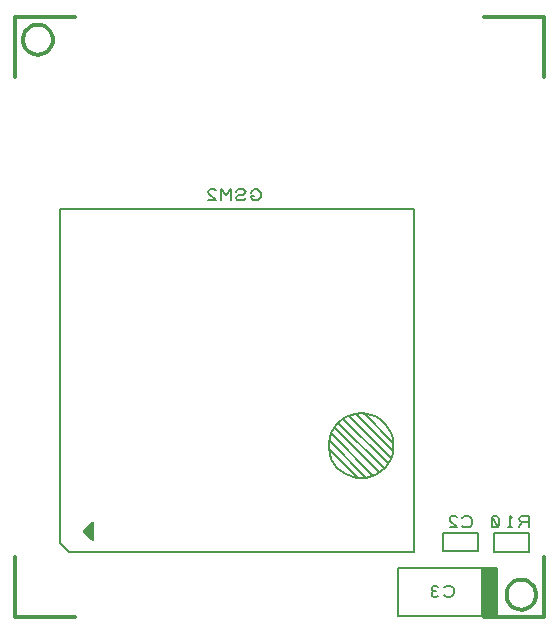
<source format=gbr>
%FSLAX23Y23*%
%MOIN*%
G04 EasyPC Gerber Version 13.0.2 Build 2807 *
%ADD10C,0.00500*%
%ADD11C,0.01200*%
X0Y0D02*
D02*
D10*
X17176Y18367D02*
X18357D01*
Y17225*
X17206*
X17176Y17255*
Y18367*
X17255Y17294D02*
X17285Y17265D01*
Y17324*
X17255Y17294*
X17282Y17267D02*
X17285D01*
X17279Y17270D02*
X17285D01*
X17276Y17273D02*
X17285D01*
X17273Y17276D02*
X17285D01*
X17270Y17279D02*
X17285D01*
X17267Y17282D02*
X17285D01*
X17264Y17285D02*
X17285D01*
X17261Y17288D02*
X17285D01*
X17258Y17291D02*
X17285D01*
X17255Y17294D02*
X17285D01*
X17258Y17297D02*
X17285D01*
X17261Y17300D02*
X17285D01*
X17264Y17303D02*
X17285D01*
X17267Y17306D02*
X17285D01*
X17270Y17309D02*
X17285D01*
X17273Y17312D02*
X17285D01*
X17276Y17315D02*
X17285D01*
X17279Y17318D02*
X17285D01*
X17282Y17321D02*
X17285D01*
X17823Y18413D02*
X17813D01*
Y18409*
X17816Y18403*
X17820Y18400*
X17826Y18397*
X17832*
X17838Y18400*
X17841Y18403*
X17845Y18409*
Y18422*
X17841Y18428*
X17838Y18431*
X17832Y18434*
X17826*
X17820Y18431*
X17816Y18428*
X17813Y18422*
X17795Y18406D02*
X17791Y18400D01*
X17785Y18397*
X17773*
X17766Y18400*
X17763Y18406*
X17766Y18413*
X17773Y18416*
X17785*
X17791Y18419*
X17795Y18425*
X17791Y18431*
X17785Y18434*
X17773*
X17766Y18431*
X17763Y18425*
X17745Y18397D02*
Y18434D01*
X17729Y18416*
X17713Y18434*
Y18397*
X17670D02*
X17695D01*
X17673Y18419*
X17670Y18425*
X17673Y18431*
X17679Y18434*
X17688*
X17695Y18431*
X18082Y17619D02*
X18221Y17480D01*
X18092Y17639D02*
X18239Y17491D01*
X18104Y17655D02*
X18255Y17505D01*
X18121Y17668D02*
X18269Y17521D01*
X18141Y17678D02*
X18279Y17540D01*
X18163Y17686D02*
X18287Y17562D01*
X18169Y17472D02*
X18073Y17569D01*
X18180Y17471D02*
X18162Y17473D01*
X18145Y17477*
X18129Y17484*
X18114Y17494*
X18101Y17506*
X18090Y17520*
X18081Y17536*
X18075Y17553*
X18072Y17571*
Y17589*
X18075Y17606*
X18081Y17623*
X18090Y17639*
X18101Y17653*
X18114Y17665*
X18129Y17675*
X18145Y17682*
X18162Y17686*
X18180Y17688*
X18198Y17686*
X18215Y17682*
X18232Y17675*
X18247Y17665*
X18260Y17653*
X18271Y17639*
X18279Y17623*
X18285Y17606*
X18288Y17589*
Y17571*
X18285Y17553*
X18279Y17536*
X18271Y17520*
X18260Y17506*
X18247Y17494*
X18232Y17484*
X18215Y17477*
X18198Y17473*
X18180Y17471*
X18198Y17473D02*
X18075Y17596D01*
X18288Y17590D02*
X18191Y17687D01*
X18453Y17289D02*
X18571D01*
Y17227*
X18453*
Y17289*
X18458Y17107D02*
X18461Y17110D01*
X18468Y17113*
X18477*
X18483Y17110*
X18486Y17107*
X18490Y17101*
Y17088*
X18486Y17082*
X18483Y17079*
X18477Y17076*
X18468*
X18461Y17079*
X18458Y17082*
X18436Y17110D02*
X18430Y17113D01*
X18424*
X18418Y17110*
X18415Y17104*
X18418Y17098*
X18424Y17094*
X18430*
X18424D02*
X18418Y17091D01*
X18415Y17085*
X18418Y17079*
X18424Y17076*
X18430*
X18436Y17079*
X18518Y17313D02*
X18521Y17310D01*
X18528Y17307*
X18537*
X18543Y17310*
X18546Y17313*
X18550Y17319*
Y17332*
X18546Y17338*
X18543Y17341*
X18537Y17344*
X18528*
X18521Y17341*
X18518Y17338*
X18475Y17307D02*
X18500D01*
X18478Y17329*
X18475Y17335*
X18478Y17341*
X18484Y17344*
X18493*
X18500Y17341*
X18632Y17013D02*
X18582D01*
Y17173*
X18632*
Y17013*
X18582D02*
X18632D01*
X18582Y17016D02*
X18632D01*
X18582Y17019D02*
X18632D01*
X18582Y17022D02*
X18632D01*
X18582Y17025D02*
X18632D01*
X18582Y17028D02*
X18632D01*
X18582Y17031D02*
X18632D01*
X18582Y17034D02*
X18632D01*
X18582Y17037D02*
X18632D01*
X18582Y17040D02*
X18632D01*
X18582Y17043D02*
X18632D01*
X18582Y17046D02*
X18632D01*
X18582Y17049D02*
X18632D01*
X18582Y17052D02*
X18632D01*
X18582Y17055D02*
X18632D01*
X18582Y17058D02*
X18632D01*
X18582Y17061D02*
X18632D01*
X18582Y17064D02*
X18632D01*
X18582Y17067D02*
X18632D01*
X18582Y17070D02*
X18632D01*
X18582Y17073D02*
X18632D01*
X18582Y17076D02*
X18632D01*
X18582Y17078D02*
X18632D01*
X18582Y17082D02*
X18632D01*
X18582Y17085D02*
X18632D01*
X18582Y17088D02*
X18632D01*
X18582Y17090D02*
X18632D01*
X18582Y17094D02*
X18632D01*
X18582Y17096D02*
X18632D01*
X18582Y17100D02*
X18632D01*
X18582Y17102D02*
X18632D01*
X18582Y17106D02*
X18632D01*
X18582Y17109D02*
X18632D01*
X18582Y17112D02*
X18632D01*
X18582Y17115D02*
X18632D01*
X18582Y17118D02*
X18632D01*
X18582Y17120D02*
X18632D01*
X18582Y17124D02*
X18632D01*
X18582Y17127D02*
X18632D01*
X18582Y17130D02*
X18632D01*
X18582Y17133D02*
X18632D01*
X18582Y17136D02*
X18632D01*
X18582Y17139D02*
X18632D01*
X18582Y17142D02*
X18632D01*
X18582Y17145D02*
X18632D01*
X18582Y17148D02*
X18632D01*
X18582Y17151D02*
X18632D01*
X18582Y17154D02*
X18632D01*
X18582Y17157D02*
X18632D01*
X18582Y17160D02*
X18632D01*
X18582Y17163D02*
X18632D01*
X18582Y17166D02*
X18632D01*
X18582Y17169D02*
X18632D01*
X18582Y17172D02*
X18632D01*
Y17013D02*
X18302D01*
Y17173*
X18632*
Y17013*
X18740Y17307D02*
Y17344D01*
X18718*
X18711Y17341*
X18708Y17335*
X18711Y17329*
X18718Y17326*
X18740*
X18718D02*
X18708Y17307D01*
X18683D02*
X18671D01*
X18677D02*
Y17344D01*
X18683Y17338*
X18636Y17310D02*
X18630Y17307D01*
X18624*
X18618Y17310*
X18615Y17316*
Y17335*
X18618Y17341*
X18624Y17344*
X18630*
X18636Y17341*
X18640Y17335*
Y17316*
X18636Y17310*
X18618Y17341*
X18741Y17226D02*
X18623D01*
Y17288*
X18741*
Y17226*
D02*
D11*
X17027Y17208D02*
Y17008D01*
X17227*
X17102Y18983D02*
X17090Y18981D01*
X17079Y18977*
X17069Y18970*
X17061Y18961*
X17055Y18950*
X17052Y18939*
Y18926*
X17055Y18915*
X17061Y18904*
X17069Y18895*
X17079Y18888*
X17090Y18884*
X17102Y18883*
X17114Y18884*
X17125Y18888*
X17135Y18895*
X17143Y18904*
X17149Y18915*
X17152Y18926*
Y18939*
X17149Y18950*
X17143Y18961*
X17135Y18970*
X17125Y18977*
X17114Y18981*
X17102Y18983*
X17227Y19008D02*
X17027D01*
Y18808*
X18590Y17008D02*
X18790D01*
Y17208*
X18715Y17133D02*
X18703Y17131D01*
X18691Y17127*
X18681Y17120*
X18673Y17111*
X18668Y17100*
X18665Y17089*
Y17076*
X18668Y17065*
X18673Y17054*
X18681Y17045*
X18691Y17038*
X18703Y17034*
X18715Y17033*
X18727Y17034*
X18738Y17038*
X18748Y17045*
X18756Y17054*
X18761Y17065*
X18764Y17076*
Y17089*
X18761Y17100*
X18756Y17111*
X18748Y17120*
X18738Y17127*
X18727Y17131*
X18715Y17133*
X18790Y18808D02*
Y19008D01*
X18590*
X0Y0D02*
M02*

</source>
